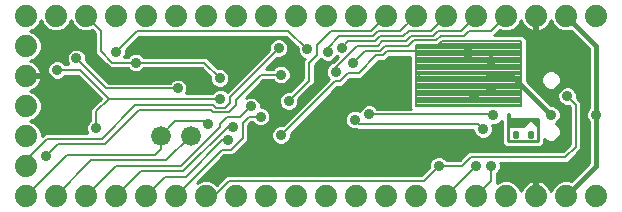
<source format=gbl>
G75*
G70*
%OFA0B0*%
%FSLAX24Y24*%
%IPPOS*%
%LPD*%
%AMOC8*
5,1,8,0,0,1.08239X$1,22.5*
%
%ADD10C,0.0100*%
%ADD11C,0.0660*%
%ADD12C,0.0740*%
%ADD13C,0.0350*%
%ADD14C,0.0080*%
%ADD15C,0.0160*%
D10*
X006363Y001095D02*
X007270Y002001D01*
X007412Y002001D01*
X007570Y002001D01*
X007950Y002381D01*
X008061Y002492D01*
X008061Y003012D01*
X008150Y003101D01*
X008202Y003101D01*
X008287Y003016D01*
X008406Y002966D01*
X008536Y002966D01*
X008655Y003016D01*
X008747Y003107D01*
X008796Y003226D01*
X008796Y003356D01*
X008747Y003475D01*
X008655Y003567D01*
X008536Y003616D01*
X008476Y003616D01*
X008476Y003696D01*
X008427Y003815D01*
X008335Y003907D01*
X008216Y003956D01*
X008086Y003956D01*
X007981Y003912D01*
X008570Y004501D01*
X008882Y004501D01*
X008967Y004416D01*
X009086Y004366D01*
X009216Y004366D01*
X009335Y004416D01*
X009427Y004507D01*
X009476Y004626D01*
X009476Y004756D01*
X009427Y004875D01*
X009335Y004967D01*
X009216Y005016D01*
X009086Y005016D01*
X008967Y004967D01*
X008882Y004881D01*
X008650Y004881D01*
X009015Y005246D01*
X009136Y005246D01*
X009255Y005296D01*
X009347Y005387D01*
X009396Y005506D01*
X009396Y005636D01*
X009347Y005755D01*
X009255Y005847D01*
X009136Y005896D01*
X009006Y005896D01*
X008887Y005847D01*
X008796Y005755D01*
X008746Y005636D01*
X008746Y005515D01*
X007357Y004125D01*
X007315Y004167D01*
X007196Y004216D01*
X007066Y004216D01*
X006947Y004167D01*
X006862Y004081D01*
X006001Y004081D01*
X006036Y004166D01*
X006036Y004296D01*
X005987Y004415D01*
X005895Y004507D01*
X005776Y004556D01*
X005646Y004556D01*
X005527Y004507D01*
X005442Y004421D01*
X003410Y004421D01*
X002656Y005175D01*
X002656Y005296D01*
X002607Y005415D01*
X002515Y005507D01*
X002396Y005556D01*
X002266Y005556D01*
X002147Y005507D01*
X002056Y005415D01*
X002006Y005296D01*
X002006Y005166D01*
X002056Y005047D01*
X002062Y005041D01*
X001961Y005041D01*
X001875Y005127D01*
X001756Y005176D01*
X001626Y005176D01*
X001507Y005127D01*
X001416Y005035D01*
X001366Y004916D01*
X001366Y004786D01*
X001416Y004667D01*
X001507Y004576D01*
X001626Y004526D01*
X001756Y004526D01*
X001875Y004576D01*
X001961Y004661D01*
X002372Y004661D01*
X003142Y003891D01*
X002796Y003545D01*
X002796Y003387D01*
X002796Y003171D01*
X002710Y003085D01*
X002661Y002966D01*
X002661Y002836D01*
X002700Y002741D01*
X001272Y002741D01*
X001171Y002640D01*
X001171Y002755D01*
X001092Y002946D01*
X000946Y003092D01*
X000803Y003151D01*
X000946Y003210D01*
X001092Y003357D01*
X001171Y003548D01*
X001171Y003755D01*
X001092Y003946D01*
X000946Y004092D01*
X000799Y004153D01*
X000851Y004169D01*
X000924Y004206D01*
X000990Y004255D01*
X001048Y004312D01*
X001096Y004379D01*
X001133Y004452D01*
X001158Y004529D01*
X001170Y004601D01*
X000701Y004601D01*
X000701Y004701D01*
X001170Y004701D01*
X001158Y004773D01*
X001133Y004851D01*
X001096Y004924D01*
X001048Y004990D01*
X000990Y005048D01*
X000924Y005096D01*
X000851Y005133D01*
X000799Y005150D01*
X000946Y005210D01*
X001092Y005357D01*
X001171Y005548D01*
X001171Y005755D01*
X001092Y005946D01*
X000946Y006092D01*
X000803Y006151D01*
X000946Y006210D01*
X001092Y006357D01*
X001151Y006500D01*
X001210Y006357D01*
X001357Y006210D01*
X001548Y006131D01*
X001755Y006131D01*
X001946Y006210D01*
X002092Y006357D01*
X002151Y006500D01*
X002210Y006357D01*
X002357Y006210D01*
X002548Y006131D01*
X002755Y006131D01*
X002859Y006174D01*
X002961Y006072D01*
X002961Y005550D01*
X002961Y005392D01*
X003341Y005012D01*
X003452Y004901D01*
X004042Y004901D01*
X004127Y004816D01*
X004246Y004766D01*
X004376Y004766D01*
X004495Y004816D01*
X004581Y004901D01*
X006512Y004901D01*
X006786Y004627D01*
X006786Y004506D01*
X006836Y004387D01*
X006927Y004296D01*
X007046Y004246D01*
X007176Y004246D01*
X007295Y004296D01*
X007387Y004387D01*
X007436Y004506D01*
X007436Y004636D01*
X007387Y004755D01*
X007295Y004847D01*
X007176Y004896D01*
X007055Y004896D01*
X006781Y005170D01*
X006670Y005281D01*
X004581Y005281D01*
X004495Y005367D01*
X004376Y005416D01*
X004246Y005416D01*
X004127Y005367D01*
X004042Y005281D01*
X003932Y005281D01*
X003976Y005386D01*
X003976Y005507D01*
X004430Y005961D01*
X009312Y005961D01*
X009706Y005567D01*
X009706Y005466D01*
X009756Y005347D01*
X009847Y005256D01*
X009946Y005215D01*
X009901Y005170D01*
X009901Y005012D01*
X009901Y004570D01*
X009467Y004136D01*
X009346Y004136D01*
X009227Y004087D01*
X009136Y003995D01*
X009086Y003876D01*
X009086Y003746D01*
X009136Y003627D01*
X009227Y003536D01*
X009346Y003486D01*
X009476Y003486D01*
X009595Y003536D01*
X009687Y003627D01*
X009736Y003746D01*
X009736Y003867D01*
X010170Y004301D01*
X010281Y004412D01*
X010281Y005012D01*
X010430Y005161D01*
X010486Y005217D01*
X010527Y005176D01*
X010646Y005126D01*
X010776Y005126D01*
X010895Y005176D01*
X010987Y005267D01*
X011004Y005309D01*
X011058Y005286D01*
X010874Y005103D01*
X010787Y005067D01*
X010696Y004975D01*
X010646Y004856D01*
X010646Y004726D01*
X010696Y004607D01*
X010757Y004546D01*
X009207Y002996D01*
X009086Y002996D01*
X008967Y002947D01*
X008876Y002855D01*
X008826Y002736D01*
X008826Y002606D01*
X008876Y002487D01*
X008967Y002396D01*
X009086Y002346D01*
X009216Y002346D01*
X009335Y002396D01*
X009427Y002487D01*
X009476Y002606D01*
X009476Y002727D01*
X011030Y004281D01*
X011032Y004281D01*
X011190Y004281D01*
X011470Y004561D01*
X011672Y004561D01*
X011830Y004561D01*
X012410Y005141D01*
X012472Y005141D01*
X012630Y005141D01*
X012770Y005281D01*
X013461Y005281D01*
X013461Y003730D01*
X013461Y003572D01*
X013473Y003561D01*
X012361Y003561D01*
X012275Y003647D01*
X012156Y003696D01*
X012026Y003696D01*
X011907Y003647D01*
X011816Y003555D01*
X011781Y003472D01*
X011676Y003516D01*
X011546Y003516D01*
X011427Y003467D01*
X011336Y003375D01*
X011286Y003256D01*
X011286Y003126D01*
X011336Y003007D01*
X011427Y002916D01*
X011546Y002866D01*
X011667Y002866D01*
X011672Y002861D01*
X015566Y002861D01*
X015566Y002806D01*
X015616Y002687D01*
X015707Y002596D01*
X015826Y002546D01*
X015956Y002546D01*
X016075Y002596D01*
X016167Y002687D01*
X016216Y002806D01*
X016216Y002936D01*
X016187Y003006D01*
X016296Y003006D01*
X016415Y003056D01*
X016507Y003147D01*
X016511Y003158D01*
X016511Y003138D01*
X016511Y003054D01*
X016511Y002888D01*
X016511Y002388D01*
X016628Y002271D01*
X016794Y002271D01*
X017628Y002271D01*
X017794Y002271D01*
X017911Y002388D01*
X017911Y002562D01*
X017966Y002508D01*
X018086Y002458D01*
X018216Y002458D01*
X018336Y002508D01*
X018429Y002600D01*
X018478Y002720D01*
X018478Y002850D01*
X018429Y002970D01*
X018336Y003062D01*
X018320Y003069D01*
X018335Y003076D01*
X018427Y003167D01*
X018476Y003286D01*
X018476Y003416D01*
X018427Y003535D01*
X018335Y003627D01*
X018216Y003676D01*
X018151Y003676D01*
X017341Y004486D01*
X017341Y005890D01*
X017230Y006001D01*
X017072Y006001D01*
X016270Y006001D01*
X016443Y006175D01*
X016548Y006131D01*
X016755Y006131D01*
X016946Y006210D01*
X017092Y006357D01*
X017153Y006503D01*
X017169Y006452D01*
X017206Y006379D01*
X017255Y006312D01*
X017312Y006255D01*
X017379Y006206D01*
X017452Y006169D01*
X017529Y006144D01*
X017601Y006133D01*
X017601Y006601D01*
X017701Y006601D01*
X017701Y006133D01*
X017773Y006144D01*
X017851Y006169D01*
X017924Y006206D01*
X017990Y006255D01*
X018048Y006312D01*
X018096Y006379D01*
X018133Y006452D01*
X018150Y006503D01*
X018210Y006357D01*
X018357Y006210D01*
X018548Y006131D01*
X018755Y006131D01*
X018819Y006158D01*
X019421Y005556D01*
X019421Y003581D01*
X019376Y003535D01*
X019326Y003416D01*
X019326Y003286D01*
X019376Y003167D01*
X019421Y003122D01*
X019421Y001746D01*
X018819Y001144D01*
X018755Y001171D01*
X018548Y001171D01*
X018357Y001092D01*
X018210Y000946D01*
X018150Y000799D01*
X018133Y000851D01*
X018096Y000924D01*
X018048Y000990D01*
X017990Y001048D01*
X017924Y001096D01*
X017851Y001133D01*
X017773Y001158D01*
X017701Y001170D01*
X017701Y000701D01*
X017601Y000701D01*
X017601Y001170D01*
X017529Y001158D01*
X017452Y001133D01*
X017379Y001096D01*
X017312Y001048D01*
X017255Y000990D01*
X017206Y000924D01*
X017169Y000851D01*
X017153Y000799D01*
X017092Y000946D01*
X016946Y001092D01*
X016755Y001171D01*
X016548Y001171D01*
X016357Y001092D01*
X016341Y001076D01*
X016341Y001230D01*
X016341Y001382D01*
X016427Y001467D01*
X016476Y001586D01*
X016476Y001716D01*
X016457Y001761D01*
X018552Y001761D01*
X018710Y001761D01*
X019050Y002101D01*
X019161Y002212D01*
X019161Y003612D01*
X019161Y003770D01*
X019016Y003915D01*
X019016Y004036D01*
X018967Y004155D01*
X018875Y004247D01*
X018756Y004296D01*
X018626Y004296D01*
X018507Y004247D01*
X018416Y004155D01*
X018366Y004036D01*
X018366Y003906D01*
X018416Y003787D01*
X018507Y003696D01*
X018626Y003646D01*
X018747Y003646D01*
X018781Y003612D01*
X018781Y002370D01*
X018552Y002141D01*
X015412Y002141D01*
X015301Y002030D01*
X015112Y001841D01*
X014681Y001841D01*
X014595Y001927D01*
X014476Y001976D01*
X014346Y001976D01*
X014227Y001927D01*
X014136Y001835D01*
X014086Y001716D01*
X014086Y001595D01*
X013832Y001341D01*
X007332Y001341D01*
X007221Y001230D01*
X007014Y001023D01*
X006946Y001092D01*
X006755Y001171D01*
X006548Y001171D01*
X006363Y001095D01*
X006405Y001137D02*
X006464Y001137D01*
X006504Y001235D02*
X007226Y001235D01*
X007128Y001137D02*
X006838Y001137D01*
X007000Y001038D02*
X007029Y001038D01*
X007325Y001334D02*
X006602Y001334D01*
X006701Y001432D02*
X013924Y001432D01*
X014022Y001531D02*
X006799Y001531D01*
X006898Y001629D02*
X014086Y001629D01*
X014091Y001728D02*
X006997Y001728D01*
X007095Y001826D02*
X014132Y001826D01*
X014225Y001925D02*
X007194Y001925D01*
X007592Y002024D02*
X015295Y002024D01*
X015196Y001925D02*
X014597Y001925D01*
X015393Y002122D02*
X007691Y002122D01*
X007789Y002221D02*
X018632Y002221D01*
X018730Y002319D02*
X017842Y002319D01*
X017911Y002418D02*
X018781Y002418D01*
X018781Y002516D02*
X018345Y002516D01*
X018435Y002615D02*
X018781Y002615D01*
X018781Y002713D02*
X018476Y002713D01*
X018478Y002812D02*
X018781Y002812D01*
X018781Y002910D02*
X018453Y002910D01*
X018390Y003009D02*
X018781Y003009D01*
X018781Y003107D02*
X018367Y003107D01*
X018443Y003206D02*
X018781Y003206D01*
X018781Y003305D02*
X018476Y003305D01*
X018476Y003403D02*
X018781Y003403D01*
X018781Y003502D02*
X018441Y003502D01*
X018362Y003600D02*
X018781Y003600D01*
X018504Y003699D02*
X018129Y003699D01*
X018030Y003797D02*
X018411Y003797D01*
X018371Y003896D02*
X017932Y003896D01*
X017833Y003994D02*
X018366Y003994D01*
X018390Y004093D02*
X017735Y004093D01*
X017636Y004191D02*
X018083Y004191D01*
X018086Y004190D02*
X018216Y004190D01*
X018336Y004240D01*
X018429Y004332D01*
X018478Y004452D01*
X018478Y004582D01*
X018429Y004703D01*
X018336Y004795D01*
X018216Y004844D01*
X018086Y004844D01*
X017966Y004795D01*
X017874Y004703D01*
X017824Y004582D01*
X017824Y004452D01*
X017874Y004332D01*
X017966Y004240D01*
X018086Y004190D01*
X018219Y004191D02*
X018452Y004191D01*
X018387Y004290D02*
X018612Y004290D01*
X018771Y004290D02*
X019421Y004290D01*
X019421Y004191D02*
X018930Y004191D01*
X018993Y004093D02*
X019421Y004093D01*
X019421Y003994D02*
X019016Y003994D01*
X019035Y003896D02*
X019421Y003896D01*
X019421Y003797D02*
X019134Y003797D01*
X019161Y003699D02*
X019421Y003699D01*
X019421Y003600D02*
X019161Y003600D01*
X019161Y003502D02*
X019362Y003502D01*
X019326Y003403D02*
X019161Y003403D01*
X019161Y003305D02*
X019326Y003305D01*
X019359Y003206D02*
X019161Y003206D01*
X019161Y003107D02*
X019421Y003107D01*
X019421Y003009D02*
X019161Y003009D01*
X019161Y002910D02*
X019421Y002910D01*
X019421Y002812D02*
X019161Y002812D01*
X019161Y002713D02*
X019421Y002713D01*
X019421Y002615D02*
X019161Y002615D01*
X019161Y002516D02*
X019421Y002516D01*
X019421Y002418D02*
X019161Y002418D01*
X019161Y002319D02*
X019421Y002319D01*
X019421Y002221D02*
X019161Y002221D01*
X019071Y002122D02*
X019421Y002122D01*
X019421Y002024D02*
X018972Y002024D01*
X018874Y001925D02*
X019421Y001925D01*
X019421Y001826D02*
X018775Y001826D01*
X019304Y001629D02*
X016476Y001629D01*
X016471Y001728D02*
X019403Y001728D01*
X019206Y001531D02*
X016453Y001531D01*
X016392Y001432D02*
X019107Y001432D01*
X019009Y001334D02*
X016341Y001334D01*
X016341Y001235D02*
X018910Y001235D01*
X018464Y001137D02*
X017840Y001137D01*
X017701Y001137D02*
X017601Y001137D01*
X017601Y001038D02*
X017701Y001038D01*
X018000Y001038D02*
X018303Y001038D01*
X018208Y000940D02*
X018084Y000940D01*
X018136Y000841D02*
X018167Y000841D01*
X017701Y000841D02*
X017601Y000841D01*
X017601Y000742D02*
X017701Y000742D01*
X017701Y000940D02*
X017601Y000940D01*
X017303Y001038D02*
X017000Y001038D01*
X016838Y001137D02*
X017463Y001137D01*
X017218Y000940D02*
X017095Y000940D01*
X017135Y000841D02*
X017166Y000841D01*
X016464Y001137D02*
X016341Y001137D01*
X016580Y002319D02*
X007888Y002319D01*
X007986Y002418D02*
X008945Y002418D01*
X008864Y002516D02*
X008061Y002516D01*
X008061Y002615D02*
X008826Y002615D01*
X008826Y002713D02*
X008061Y002713D01*
X008061Y002812D02*
X008858Y002812D01*
X008931Y002910D02*
X008061Y002910D01*
X008061Y003009D02*
X008303Y003009D01*
X008639Y003009D02*
X009220Y003009D01*
X009319Y003107D02*
X008747Y003107D01*
X008788Y003206D02*
X009417Y003206D01*
X009516Y003305D02*
X008796Y003305D01*
X008777Y003403D02*
X009614Y003403D01*
X009713Y003502D02*
X009513Y003502D01*
X009309Y003502D02*
X008720Y003502D01*
X008574Y003600D02*
X009163Y003600D01*
X009106Y003699D02*
X008475Y003699D01*
X008434Y003797D02*
X009086Y003797D01*
X009094Y003896D02*
X008346Y003896D01*
X008063Y003994D02*
X009135Y003994D01*
X009242Y004093D02*
X008162Y004093D01*
X008260Y004191D02*
X009523Y004191D01*
X009621Y004290D02*
X008359Y004290D01*
X008457Y004389D02*
X009033Y004389D01*
X008896Y004487D02*
X008556Y004487D01*
X009270Y004389D02*
X009720Y004389D01*
X009818Y004487D02*
X009407Y004487D01*
X009459Y004586D02*
X009901Y004586D01*
X009901Y004684D02*
X009476Y004684D01*
X009465Y004783D02*
X009901Y004783D01*
X009901Y004881D02*
X009421Y004881D01*
X009304Y004980D02*
X009901Y004980D01*
X009901Y005078D02*
X008847Y005078D01*
X008748Y004980D02*
X008999Y004980D01*
X008882Y004881D02*
X008650Y004881D01*
X008211Y004980D02*
X006971Y004980D01*
X006873Y005078D02*
X008310Y005078D01*
X008408Y005177D02*
X006774Y005177D01*
X006676Y005275D02*
X008507Y005275D01*
X008605Y005374D02*
X004478Y005374D01*
X004145Y005374D02*
X003971Y005374D01*
X003976Y005473D02*
X008704Y005473D01*
X008746Y005571D02*
X004040Y005571D01*
X004138Y005670D02*
X008760Y005670D01*
X008809Y005768D02*
X004237Y005768D01*
X004335Y005867D02*
X008935Y005867D01*
X009207Y005867D02*
X009407Y005867D01*
X009334Y005768D02*
X009505Y005768D01*
X009604Y005670D02*
X009382Y005670D01*
X009396Y005571D02*
X009703Y005571D01*
X009706Y005473D02*
X009382Y005473D01*
X009334Y005374D02*
X009744Y005374D01*
X009827Y005275D02*
X009206Y005275D01*
X008946Y005177D02*
X009908Y005177D01*
X010281Y004980D02*
X010700Y004980D01*
X010815Y005078D02*
X010347Y005078D01*
X010446Y005177D02*
X010526Y005177D01*
X010896Y005177D02*
X010948Y005177D01*
X010990Y005275D02*
X011047Y005275D01*
X010657Y004881D02*
X010281Y004881D01*
X010281Y004783D02*
X010646Y004783D01*
X010664Y004684D02*
X010281Y004684D01*
X010281Y004586D02*
X010717Y004586D01*
X010698Y004487D02*
X010281Y004487D01*
X010257Y004389D02*
X010600Y004389D01*
X010501Y004290D02*
X010159Y004290D01*
X010060Y004191D02*
X010403Y004191D01*
X010304Y004093D02*
X009962Y004093D01*
X009863Y003994D02*
X010206Y003994D01*
X010107Y003896D02*
X009765Y003896D01*
X009736Y003797D02*
X010009Y003797D01*
X009910Y003699D02*
X009716Y003699D01*
X009660Y003600D02*
X009812Y003600D01*
X010250Y003502D02*
X011512Y003502D01*
X011364Y003403D02*
X010152Y003403D01*
X010053Y003305D02*
X011306Y003305D01*
X011286Y003206D02*
X009955Y003206D01*
X009856Y003107D02*
X011294Y003107D01*
X011335Y003009D02*
X009758Y003009D01*
X009659Y002910D02*
X011440Y002910D01*
X011711Y003502D02*
X011794Y003502D01*
X011861Y003600D02*
X010349Y003600D01*
X010447Y003699D02*
X013461Y003699D01*
X013461Y003797D02*
X010546Y003797D01*
X010645Y003896D02*
X013461Y003896D01*
X013461Y003994D02*
X010743Y003994D01*
X010842Y004093D02*
X013461Y004093D01*
X013461Y004191D02*
X010940Y004191D01*
X011199Y004290D02*
X013461Y004290D01*
X013461Y004389D02*
X011297Y004389D01*
X011396Y004487D02*
X013461Y004487D01*
X013461Y004586D02*
X011854Y004586D01*
X011953Y004684D02*
X013461Y004684D01*
X013461Y004783D02*
X012051Y004783D01*
X012150Y004881D02*
X013461Y004881D01*
X013461Y004980D02*
X012249Y004980D01*
X012347Y005078D02*
X013461Y005078D01*
X013461Y005177D02*
X012666Y005177D01*
X012764Y005275D02*
X013461Y005275D01*
X016332Y006064D02*
X018913Y006064D01*
X019012Y005965D02*
X017266Y005965D01*
X017341Y005867D02*
X019110Y005867D01*
X019209Y005768D02*
X017341Y005768D01*
X017341Y005670D02*
X019307Y005670D01*
X019406Y005571D02*
X017341Y005571D01*
X017341Y005473D02*
X019421Y005473D01*
X019421Y005374D02*
X017341Y005374D01*
X017341Y005275D02*
X019421Y005275D01*
X019421Y005177D02*
X017341Y005177D01*
X017341Y005078D02*
X019421Y005078D01*
X019421Y004980D02*
X017341Y004980D01*
X017341Y004881D02*
X019421Y004881D01*
X019421Y004783D02*
X018348Y004783D01*
X018436Y004684D02*
X019421Y004684D01*
X019421Y004586D02*
X018477Y004586D01*
X018478Y004487D02*
X019421Y004487D01*
X019421Y004389D02*
X018452Y004389D01*
X017916Y004290D02*
X017538Y004290D01*
X017439Y004389D02*
X017850Y004389D01*
X017824Y004487D02*
X017341Y004487D01*
X017341Y004586D02*
X017825Y004586D01*
X017866Y004684D02*
X017341Y004684D01*
X017341Y004783D02*
X017954Y004783D01*
X017829Y006162D02*
X018473Y006162D01*
X018306Y006261D02*
X017996Y006261D01*
X017701Y006261D02*
X017601Y006261D01*
X017601Y006162D02*
X017701Y006162D01*
X017473Y006162D02*
X016830Y006162D01*
X016996Y006261D02*
X017306Y006261D01*
X017220Y006359D02*
X017093Y006359D01*
X017134Y006458D02*
X017167Y006458D01*
X017601Y006458D02*
X017701Y006458D01*
X017701Y006556D02*
X017601Y006556D01*
X017601Y006359D02*
X017701Y006359D01*
X018082Y006359D02*
X018209Y006359D01*
X018168Y006458D02*
X018135Y006458D01*
X016473Y006162D02*
X016431Y006162D01*
X013461Y003600D02*
X012322Y003600D01*
X009561Y002812D02*
X015566Y002812D01*
X015605Y002713D02*
X009476Y002713D01*
X009476Y002615D02*
X015688Y002615D01*
X016094Y002615D02*
X016511Y002615D01*
X016511Y002516D02*
X009439Y002516D01*
X009357Y002418D02*
X016511Y002418D01*
X016711Y002471D02*
X016711Y002971D01*
X017211Y002971D01*
X017461Y003221D01*
X017711Y002971D01*
X017711Y002471D01*
X016711Y002471D01*
X016911Y002621D02*
X017011Y002621D01*
X017011Y002771D01*
X016911Y002771D01*
X016911Y002621D01*
X016511Y002713D02*
X016178Y002713D01*
X016216Y002812D02*
X016511Y002812D01*
X016511Y002910D02*
X016216Y002910D01*
X016302Y003009D02*
X016511Y003009D01*
X016511Y003107D02*
X016467Y003107D01*
X016761Y003071D02*
X016761Y003171D01*
X017211Y003171D01*
X017211Y003071D02*
X016761Y003071D01*
X016711Y002971D02*
X016711Y003221D01*
X017461Y003221D01*
X017711Y003221D01*
X017711Y002971D01*
X017661Y003121D02*
X017611Y003171D01*
X017661Y003171D01*
X017311Y003171D02*
X017211Y003071D01*
X016761Y003271D02*
X016761Y003371D01*
X016711Y003371D01*
X016711Y003221D01*
X017411Y002771D02*
X017411Y002621D01*
X017511Y002621D01*
X017511Y002771D01*
X017411Y002771D01*
X017911Y002516D02*
X017957Y002516D01*
X008113Y004881D02*
X007212Y004881D01*
X007359Y004783D02*
X008014Y004783D01*
X007916Y004684D02*
X007416Y004684D01*
X007436Y004586D02*
X007817Y004586D01*
X007718Y004487D02*
X007428Y004487D01*
X007387Y004389D02*
X007620Y004389D01*
X007521Y004290D02*
X007282Y004290D01*
X007255Y004191D02*
X007423Y004191D01*
X007007Y004191D02*
X006036Y004191D01*
X006036Y004290D02*
X006941Y004290D01*
X006835Y004389D02*
X005998Y004389D01*
X005915Y004487D02*
X006794Y004487D01*
X006786Y004586D02*
X003245Y004586D01*
X003344Y004487D02*
X005507Y004487D01*
X006006Y004093D02*
X006873Y004093D01*
X006729Y004684D02*
X003147Y004684D01*
X003048Y004783D02*
X004207Y004783D01*
X004061Y004881D02*
X002950Y004881D01*
X002851Y004980D02*
X003374Y004980D01*
X003275Y005078D02*
X002753Y005078D01*
X002656Y005177D02*
X003177Y005177D01*
X003078Y005275D02*
X002656Y005275D01*
X002624Y005374D02*
X002980Y005374D01*
X002961Y005473D02*
X002549Y005473D01*
X002961Y005571D02*
X001171Y005571D01*
X001171Y005670D02*
X002961Y005670D01*
X002961Y005768D02*
X001166Y005768D01*
X001125Y005867D02*
X002961Y005867D01*
X002961Y005965D02*
X001072Y005965D01*
X000974Y006064D02*
X002961Y006064D01*
X002871Y006162D02*
X002830Y006162D01*
X002473Y006162D02*
X001830Y006162D01*
X001996Y006261D02*
X002306Y006261D01*
X002209Y006359D02*
X002093Y006359D01*
X002134Y006458D02*
X002168Y006458D01*
X001473Y006162D02*
X000830Y006162D01*
X000996Y006261D02*
X001306Y006261D01*
X001209Y006359D02*
X001093Y006359D01*
X001134Y006458D02*
X001168Y006458D01*
X001140Y005473D02*
X002113Y005473D01*
X002039Y005374D02*
X001099Y005374D01*
X001011Y005275D02*
X002006Y005275D01*
X002006Y005177D02*
X000865Y005177D01*
X000948Y005078D02*
X001459Y005078D01*
X001393Y004980D02*
X001055Y004980D01*
X001118Y004881D02*
X001366Y004881D01*
X001368Y004783D02*
X001155Y004783D01*
X001409Y004684D02*
X000701Y004684D01*
X001167Y004586D02*
X001497Y004586D01*
X001145Y004487D02*
X002547Y004487D01*
X002645Y004389D02*
X001101Y004389D01*
X001025Y004290D02*
X002744Y004290D01*
X002842Y004191D02*
X000894Y004191D01*
X000943Y004093D02*
X002941Y004093D01*
X003039Y003994D02*
X001043Y003994D01*
X001113Y003896D02*
X003138Y003896D01*
X003049Y003797D02*
X001153Y003797D01*
X001171Y003699D02*
X002950Y003699D01*
X002852Y003600D02*
X001171Y003600D01*
X001152Y003502D02*
X002796Y003502D01*
X002796Y003403D02*
X001111Y003403D01*
X001040Y003305D02*
X002796Y003305D01*
X002796Y003206D02*
X000935Y003206D01*
X000908Y003107D02*
X002733Y003107D01*
X002679Y003009D02*
X001029Y003009D01*
X001107Y002910D02*
X002661Y002910D01*
X002671Y002812D02*
X001147Y002812D01*
X001171Y002713D02*
X001245Y002713D01*
X001885Y004586D02*
X002448Y004586D01*
X002043Y005078D02*
X001924Y005078D01*
X004416Y004783D02*
X006631Y004783D01*
X006532Y004881D02*
X004561Y004881D01*
D11*
X005151Y002651D03*
X006151Y002651D03*
D12*
X000651Y000651D03*
X001651Y000651D03*
X002651Y000651D03*
X003651Y000651D03*
X004651Y000651D03*
X005651Y000651D03*
X006651Y000651D03*
X007651Y000651D03*
X008651Y000651D03*
X009651Y000651D03*
X010651Y000651D03*
X011651Y000651D03*
X012651Y000651D03*
X013651Y000651D03*
X014651Y000651D03*
X015651Y000651D03*
X016651Y000651D03*
X017651Y000651D03*
X018651Y000651D03*
X019651Y000651D03*
X019651Y006651D03*
X018651Y006651D03*
X017651Y006651D03*
X016651Y006651D03*
X015651Y006651D03*
X014651Y006651D03*
X013651Y006651D03*
X012651Y006651D03*
X011651Y006651D03*
X010651Y006651D03*
X009651Y006651D03*
X008651Y006651D03*
X007651Y006651D03*
X006651Y006651D03*
X005651Y006651D03*
X004651Y006651D03*
X003651Y006651D03*
X002651Y006651D03*
X001651Y006651D03*
X000651Y006651D03*
X000651Y005651D03*
X000651Y004651D03*
X000651Y003651D03*
X000651Y002651D03*
X000651Y001651D03*
D13*
X001311Y001991D03*
X002986Y002901D03*
X005711Y004231D03*
X007111Y004571D03*
X007731Y004931D03*
X009151Y004691D03*
X008811Y004271D03*
X009411Y003811D03*
X008151Y003631D03*
X008471Y003291D03*
X007551Y002951D03*
X006731Y003031D03*
X007371Y002511D03*
X008431Y001831D03*
X009151Y002671D03*
X011611Y003191D03*
X012091Y003371D03*
X013231Y004011D03*
X011491Y004411D03*
X010971Y004791D03*
X011551Y005091D03*
X010711Y005451D03*
X011171Y005591D03*
X010031Y005531D03*
X009071Y005571D03*
X007131Y003891D03*
X004311Y005091D03*
X003651Y005451D03*
X002331Y005231D03*
X001691Y004851D03*
X014411Y001651D03*
X015651Y001651D03*
X016151Y001651D03*
X015891Y002871D03*
X016231Y003331D03*
X015571Y003951D03*
X016151Y004151D03*
X016151Y004651D03*
X016151Y005151D03*
X015371Y005411D03*
X018691Y003971D03*
X018151Y003351D03*
X019651Y003351D03*
D14*
X019631Y003351D01*
X019651Y003331D01*
X018971Y003691D02*
X018691Y003971D01*
X018971Y003691D02*
X018971Y002291D01*
X018631Y001951D01*
X015491Y001951D01*
X015191Y001651D01*
X014411Y001651D01*
X013911Y001151D01*
X007411Y001151D01*
X006911Y000651D01*
X006651Y000651D01*
X005651Y000651D02*
X007191Y002191D01*
X007491Y002191D01*
X007871Y002571D01*
X007871Y003091D01*
X008071Y003291D01*
X008471Y003291D01*
X008151Y003631D02*
X007791Y003271D01*
X007351Y003271D01*
X007131Y003051D01*
X007131Y002951D01*
X005831Y001651D01*
X003651Y001651D01*
X002651Y000651D01*
X003651Y000651D02*
X004471Y001471D01*
X005891Y001471D01*
X007371Y002951D01*
X007551Y002951D01*
X006731Y003031D02*
X006631Y003131D01*
X005631Y003131D01*
X005151Y002651D01*
X005151Y002211D01*
X004951Y002011D01*
X002011Y002011D01*
X000651Y000651D01*
X001651Y000651D02*
X002831Y001831D01*
X005331Y001831D01*
X006151Y002651D01*
X007191Y002511D02*
X005971Y001291D01*
X005291Y001291D01*
X004651Y000651D01*
X001731Y002391D02*
X001331Y001991D01*
X001311Y001991D01*
X001351Y002551D02*
X000651Y001851D01*
X000651Y001651D01*
X001731Y002391D02*
X003291Y002391D01*
X004411Y003511D01*
X006811Y003511D01*
X006891Y003431D01*
X007411Y003431D01*
X007651Y003671D01*
X007651Y003851D01*
X008491Y004691D01*
X009151Y004691D01*
X009411Y003811D02*
X010091Y004491D01*
X010091Y005091D01*
X010351Y005351D01*
X010351Y005691D01*
X010811Y006151D01*
X012151Y006151D01*
X012651Y006651D01*
X013131Y006131D02*
X013651Y006651D01*
X014151Y006151D02*
X014651Y006651D01*
X015151Y006151D02*
X015651Y006651D01*
X016151Y006151D02*
X016651Y006651D01*
X016151Y006151D02*
X015411Y006151D01*
X015251Y005991D01*
X014471Y005991D01*
X014311Y005831D01*
X013571Y005831D01*
X013391Y005651D01*
X012611Y005651D01*
X012451Y005491D01*
X011951Y005491D01*
X011551Y005091D01*
X011691Y005651D02*
X010971Y004931D01*
X010971Y004791D01*
X011111Y004471D02*
X011391Y004751D01*
X011751Y004751D01*
X012331Y005331D01*
X012551Y005331D01*
X012691Y005471D01*
X013771Y005471D01*
X013791Y005491D01*
X013651Y005492D02*
X017151Y005492D01*
X017151Y005414D02*
X013651Y005414D01*
X013651Y005335D02*
X017151Y005335D01*
X017151Y005256D02*
X013651Y005256D01*
X013651Y005178D02*
X017151Y005178D01*
X017151Y005099D02*
X013651Y005099D01*
X013651Y005021D02*
X017151Y005021D01*
X017151Y004942D02*
X013651Y004942D01*
X013651Y004864D02*
X017151Y004864D01*
X017151Y004785D02*
X013651Y004785D01*
X013651Y004707D02*
X017151Y004707D01*
X017151Y004628D02*
X013651Y004628D01*
X013651Y004550D02*
X017151Y004550D01*
X017151Y004471D02*
X013651Y004471D01*
X013651Y004393D02*
X017151Y004393D01*
X017151Y004314D02*
X013651Y004314D01*
X013651Y004235D02*
X017151Y004235D01*
X017151Y004157D02*
X013651Y004157D01*
X013651Y004078D02*
X017151Y004078D01*
X017151Y004000D02*
X013651Y004000D01*
X013651Y003921D02*
X017151Y003921D01*
X017151Y003843D02*
X013651Y003843D01*
X013651Y003764D02*
X017151Y003764D01*
X017151Y003686D02*
X013651Y003686D01*
X013651Y003651D02*
X017151Y003651D01*
X017151Y005811D01*
X014517Y005811D01*
X014471Y005765D01*
X014471Y005765D01*
X014377Y005671D01*
X013651Y005671D01*
X013651Y003651D01*
X012091Y003371D02*
X016191Y003371D01*
X016231Y003331D01*
X015891Y002871D02*
X015711Y003051D01*
X011751Y003051D01*
X011611Y003191D01*
X010951Y004471D02*
X009151Y002671D01*
X007371Y002511D02*
X007191Y002511D01*
X007291Y003591D02*
X006971Y003591D01*
X006891Y003671D01*
X004291Y003671D01*
X003171Y002551D01*
X001351Y002551D01*
X002986Y002901D02*
X002986Y003466D01*
X003411Y003891D01*
X002451Y004851D01*
X001691Y004851D01*
X002331Y005231D02*
X003331Y004231D01*
X005711Y004231D01*
X006591Y005091D02*
X007111Y004571D01*
X006591Y005091D02*
X004311Y005091D01*
X003531Y005091D01*
X003151Y005471D01*
X003151Y006151D01*
X002651Y006651D01*
X003651Y005451D02*
X004351Y006151D01*
X009391Y006151D01*
X010011Y005531D01*
X010031Y005531D01*
X010711Y005591D02*
X010711Y005451D01*
X010711Y005591D02*
X011091Y005971D01*
X012211Y005971D01*
X012371Y006131D01*
X013131Y006131D01*
X013231Y005971D02*
X013411Y006151D01*
X014151Y006151D01*
X014231Y005991D02*
X014391Y006151D01*
X015151Y006151D01*
X014231Y005991D02*
X013491Y005991D01*
X013311Y005811D01*
X012531Y005811D01*
X012371Y005651D01*
X011691Y005651D01*
X011391Y005811D02*
X012291Y005811D01*
X012451Y005971D01*
X013231Y005971D01*
X013651Y005649D02*
X017151Y005649D01*
X017151Y005571D02*
X013651Y005571D01*
X014434Y005728D02*
X017151Y005728D01*
X017151Y005806D02*
X014513Y005806D01*
X011391Y005811D02*
X011171Y005591D01*
X009071Y005571D02*
X007451Y003951D01*
X007451Y003751D01*
X007291Y003591D01*
X007131Y003891D02*
X003411Y003891D01*
X008811Y004171D02*
X008811Y004271D01*
X010951Y004471D02*
X011111Y004471D01*
X013751Y004651D02*
X013771Y004671D01*
X015651Y001651D02*
X014651Y000651D01*
X015651Y000651D02*
X016151Y001151D01*
X016151Y001651D01*
D15*
X018651Y000651D02*
X019651Y001651D01*
X019651Y003331D01*
X019651Y005651D01*
X018651Y006651D01*
X016851Y004651D02*
X016151Y004651D01*
X016851Y004651D02*
X018151Y003351D01*
M02*

</source>
